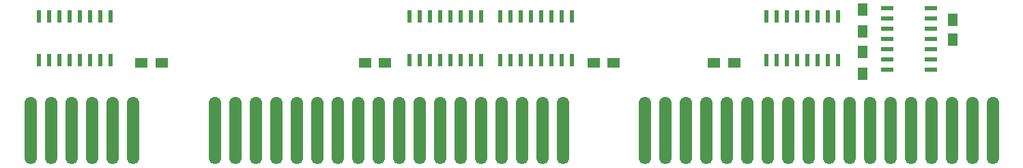
<source format=gtp>
G04 #@! TF.GenerationSoftware,KiCad,Pcbnew,5.1.5*
G04 #@! TF.CreationDate,2020-05-28T21:48:18+02:00*
G04 #@! TF.ProjectId,PIV_FliFi_Slot,5049565f-466c-4694-9669-5f536c6f742e,rev?*
G04 #@! TF.SameCoordinates,Original*
G04 #@! TF.FileFunction,Paste,Top*
G04 #@! TF.FilePolarity,Positive*
%FSLAX46Y46*%
G04 Gerber Fmt 4.6, Leading zero omitted, Abs format (unit mm)*
G04 Created by KiCad (PCBNEW 5.1.5) date 2020-05-28 21:48:18*
%MOMM*%
%LPD*%
G04 APERTURE LIST*
%ADD10R,1.500000X0.600000*%
%ADD11R,1.300000X1.500000*%
%ADD12O,1.524000X8.382000*%
%ADD13R,0.600000X1.500000*%
%ADD14R,1.500000X1.250000*%
%ADD15R,1.250000X1.500000*%
G04 APERTURE END LIST*
D10*
X214536000Y-73787000D03*
X214536000Y-75057000D03*
X214536000Y-76327000D03*
X214536000Y-77597000D03*
X214536000Y-78867000D03*
X214536000Y-80137000D03*
X214536000Y-81407000D03*
X209136000Y-81407000D03*
X209136000Y-80137000D03*
X209136000Y-78867000D03*
X209136000Y-77597000D03*
X209136000Y-76327000D03*
X209136000Y-75057000D03*
X209136000Y-73787000D03*
D11*
X206121000Y-81868000D03*
X206121000Y-79168000D03*
X206121000Y-76661000D03*
X206121000Y-73961000D03*
D12*
X128270000Y-88900000D03*
X222250000Y-88900000D03*
X201930000Y-88900000D03*
X133350000Y-88900000D03*
X204470000Y-88900000D03*
X151130000Y-88900000D03*
X161290000Y-88900000D03*
X189230000Y-88900000D03*
X146050000Y-88900000D03*
X110490000Y-88900000D03*
X163830000Y-88900000D03*
X125730000Y-88900000D03*
X168910000Y-88900000D03*
X138430000Y-88900000D03*
X107950000Y-88900000D03*
X212090000Y-88900000D03*
X214630000Y-88900000D03*
X209550000Y-88900000D03*
X181610000Y-88900000D03*
X217170000Y-88900000D03*
X140970000Y-88900000D03*
X156210000Y-88900000D03*
X153670000Y-88900000D03*
X184150000Y-88900000D03*
X179070000Y-88900000D03*
X166370000Y-88900000D03*
X219710000Y-88900000D03*
X105410000Y-88900000D03*
X135890000Y-88900000D03*
X102870000Y-88900000D03*
X199390000Y-88900000D03*
X207010000Y-88900000D03*
X194310000Y-88900000D03*
X196850000Y-88900000D03*
X143510000Y-88900000D03*
X148590000Y-88900000D03*
X191770000Y-88900000D03*
X115570000Y-88900000D03*
X113030000Y-88900000D03*
X158750000Y-88900000D03*
X130810000Y-88900000D03*
X186690000Y-88900000D03*
D13*
X203073000Y-80170000D03*
X201803000Y-80170000D03*
X200533000Y-80170000D03*
X199263000Y-80170000D03*
X197993000Y-80170000D03*
X196723000Y-80170000D03*
X195453000Y-80170000D03*
X194183000Y-80170000D03*
X194183000Y-74770000D03*
X195453000Y-74770000D03*
X196723000Y-74770000D03*
X197993000Y-74770000D03*
X199263000Y-74770000D03*
X200533000Y-74770000D03*
X201803000Y-74770000D03*
X203073000Y-74770000D03*
X112763300Y-80170000D03*
X111493300Y-80170000D03*
X110223300Y-80170000D03*
X108953300Y-80170000D03*
X107683300Y-80170000D03*
X106413300Y-80170000D03*
X105143300Y-80170000D03*
X103873300Y-80170000D03*
X103873300Y-74770000D03*
X105143300Y-74770000D03*
X106413300Y-74770000D03*
X107683300Y-74770000D03*
X108953300Y-74770000D03*
X110223300Y-74770000D03*
X111493300Y-74770000D03*
X112763300Y-74770000D03*
X158750000Y-80170000D03*
X157480000Y-80170000D03*
X156210000Y-80170000D03*
X154940000Y-80170000D03*
X153670000Y-80170000D03*
X152400000Y-80170000D03*
X151130000Y-80170000D03*
X149860000Y-80170000D03*
X149860000Y-74770000D03*
X151130000Y-74770000D03*
X152400000Y-74770000D03*
X153670000Y-74770000D03*
X154940000Y-74770000D03*
X156210000Y-74770000D03*
X157480000Y-74770000D03*
X158750000Y-74770000D03*
X170053000Y-80170000D03*
X168783000Y-80170000D03*
X167513000Y-80170000D03*
X166243000Y-80170000D03*
X164973000Y-80170000D03*
X163703000Y-80170000D03*
X162433000Y-80170000D03*
X161163000Y-80170000D03*
X161163000Y-74770000D03*
X162433000Y-74770000D03*
X163703000Y-74770000D03*
X164973000Y-74770000D03*
X166243000Y-74770000D03*
X167513000Y-74770000D03*
X168783000Y-74770000D03*
X170053000Y-74770000D03*
D14*
X175227300Y-80530700D03*
X172727300Y-80530700D03*
X119144100Y-80530700D03*
X116644100Y-80530700D03*
X146855500Y-80530700D03*
X144355500Y-80530700D03*
X190162500Y-80530700D03*
X187662500Y-80530700D03*
D15*
X217297000Y-77704000D03*
X217297000Y-75204000D03*
M02*

</source>
